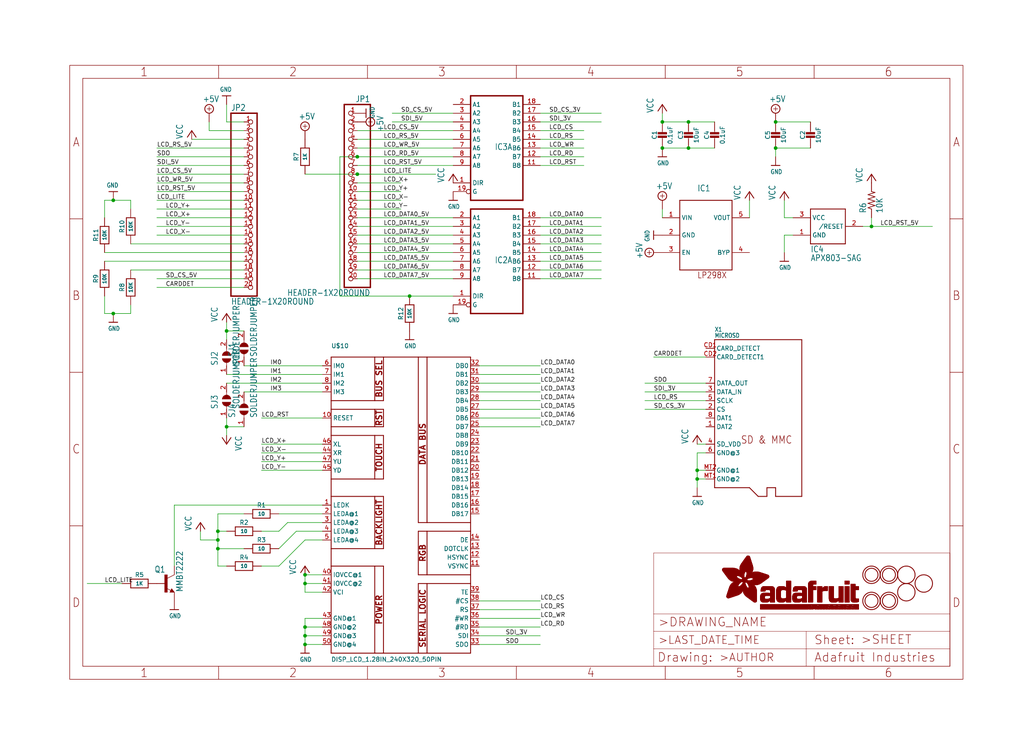
<source format=kicad_sch>
(kicad_sch (version 20211123) (generator eeschema)
  (paper "User" 298.45 217.881)
  (lib_symbols
    (symbol "eagleSchem-eagle-import:+5V" (power)
      (property "Value" "+5V" (at -1.905 3.175 0))
      (symbol "+5V_1_0"
        (pin power_in line (at 0 -2.54 90) (length 2.54) (name "+5V") (number "1"))
      )
    )
    (symbol "eagleSchem-eagle-import:-NPN-SOT23-BEC"
      (property "Reference" "T" (at -10.16 7.62 0))
      (property "Value" "-NPN-SOT23-BEC" (at -10.16 5.08 0))
      (symbol "-NPN-SOT23-BEC_1_0"
        (pin passive line (at -2.54 0 0) (length 2.54) (name "B") (number "B"))
        (pin passive line (at 2.54 5.08 270) (length 2.54) (name "C") (number "C"))
        (pin passive line (at 2.54 -5.08 90) (length 2.54) (name "E") (number "E"))
      )
    )
    (symbol "eagleSchem-eagle-import:74245DW"
      (property "Reference" "IC" (at -0.635 -0.635 0))
      (symbol "74245DW_1_0"
        (pin input line (at -12.7 -10.16 0) (length 5.08) (name "DIR") (number "1"))
        (pin bidirectional line (at 12.7 -5.08 180) (length 5.08) (name "B8") (number "11"))
        (pin bidirectional line (at 12.7 -2.54 180) (length 5.08) (name "B7") (number "12"))
        (pin bidirectional line (at 12.7 0 180) (length 5.08) (name "B6") (number "13"))
        (pin bidirectional line (at 12.7 2.54 180) (length 5.08) (name "B5") (number "14"))
        (pin bidirectional line (at 12.7 5.08 180) (length 5.08) (name "B4") (number "15"))
        (pin bidirectional line (at 12.7 7.62 180) (length 5.08) (name "B3") (number "16"))
        (pin bidirectional line (at 12.7 10.16 180) (length 5.08) (name "B2") (number "17"))
        (pin bidirectional line (at 12.7 12.7 180) (length 5.08) (name "B1") (number "18"))
        (pin input inverted (at -12.7 -12.7 0) (length 5.08) (name "G") (number "19"))
        (pin bidirectional line (at -12.7 12.7 0) (length 5.08) (name "A1") (number "2"))
        (pin bidirectional line (at -12.7 10.16 0) (length 5.08) (name "A2") (number "3"))
        (pin bidirectional line (at -12.7 7.62 0) (length 5.08) (name "A3") (number "4"))
        (pin bidirectional line (at -12.7 5.08 0) (length 5.08) (name "A4") (number "5"))
        (pin bidirectional line (at -12.7 2.54 0) (length 5.08) (name "A5") (number "6"))
        (pin bidirectional line (at -12.7 0 0) (length 5.08) (name "A6") (number "7"))
        (pin bidirectional line (at -12.7 -2.54 0) (length 5.08) (name "A7") (number "8"))
        (pin bidirectional line (at -12.7 -5.08 0) (length 5.08) (name "A8") (number "9"))
      )
      (symbol "74245DW_2_0"
        (text "GND" (at 1.905 -5.842 900) (effects (font (size 1.27 1.0795)) (justify left bottom)))
        (text "VCC" (at 1.905 2.54 900) (effects (font (size 1.27 1.0795)) (justify left bottom)))
        (pin power_in line (at 0 -7.62 90) (length 5.08) (name "GND") (number "10"))
        (pin power_in line (at 0 7.62 270) (length 5.08) (name "VCC") (number "20"))
      )
    )
    (symbol "eagleSchem-eagle-import:AXP083-SAG"
      (property "Reference" "IC" (at -5.08 -7.62 0))
      (property "Value" "AXP083-SAG" (at -5.08 -10.16 0))
      (symbol "AXP083-SAG_1_0"
        (pin power_in line (at -10.16 -2.54 0) (length 5.08) (name "GND") (number "1"))
        (pin output line (at 10.16 0 180) (length 5.08) (name "/RESET") (number "2"))
        (pin power_in line (at -10.16 2.54 0) (length 5.08) (name "VCC") (number "3"))
      )
    )
    (symbol "eagleSchem-eagle-import:CAP_CERAMIC0805-NOOUTLINE"
      (property "Reference" "C" (at -2.29 1.25 90))
      (property "Value" "CAP_CERAMIC0805-NOOUTLINE" (at 2.3 1.25 90))
      (symbol "CAP_CERAMIC0805-NOOUTLINE_1_0"
        (pin passive line (at 0 5.08 270) (length 2.54) (name "1") (number "1"))
        (pin passive line (at 0 -2.54 90) (length 2.54) (name "2") (number "2"))
      )
    )
    (symbol "eagleSchem-eagle-import:DISP_LCD_1.28IN_240X320_50PIN"
      (property "Value" "DISP_LCD_1.28IN_240X320_50PIN" (at -20.32 -48.26 0))
      (symbol "DISP_LCD_1.28IN_240X320_50PIN_1_0"
        (text "BACKLIGHT" (at -6.35 -7.62 900) (effects (font (size 1.6764 1.6764) (thickness 0.3353) bold)))
        (text "BUS SEL" (at -6.35 34.29 900) (effects (font (size 1.6764 1.6764) (thickness 0.3353) bold)))
        (text "DATA BUS" (at 6.35 15.24 900) (effects (font (size 1.6764 1.6764) (thickness 0.3353) bold)))
        (text "POWER" (at -6.35 -33.02 900) (effects (font (size 1.6764 1.6764) (thickness 0.3353) bold)))
        (text "RGB" (at 6.35 -16.51 900) (effects (font (size 1.6764 1.6764) (thickness 0.3353) bold)))
        (text "RST" (at -6.35 22.86 900) (effects (font (size 1.6764 1.6764) (thickness 0.3353) bold)))
        (text "SERIAL LOGIC" (at 6.35 -35.56 900) (effects (font (size 1.6764 1.6764) (thickness 0.3353) bold)))
        (text "TOUCH" (at -6.35 11.43 900) (effects (font (size 1.6764 1.6764) (thickness 0.3353) bold)))
        (pin bidirectional line (at -22.86 -2.54 0) (length 2.54) (name "LEDK") (number "1"))
        (pin bidirectional line (at -22.86 22.86 0) (length 2.54) (name "RESET") (number "10"))
        (pin bidirectional line (at 22.86 -20.32 180) (length 2.54) (name "VSYNC") (number "11"))
        (pin bidirectional line (at 22.86 -17.78 180) (length 2.54) (name "HSYNC") (number "12"))
        (pin bidirectional line (at 22.86 -15.24 180) (length 2.54) (name "DOTCLK") (number "13"))
        (pin bidirectional line (at 22.86 -12.7 180) (length 2.54) (name "DE") (number "14"))
        (pin bidirectional line (at 22.86 -5.08 180) (length 2.54) (name "DB17") (number "15"))
        (pin bidirectional line (at 22.86 -2.54 180) (length 2.54) (name "DB16") (number "16"))
        (pin bidirectional line (at 22.86 0 180) (length 2.54) (name "DB15") (number "17"))
        (pin bidirectional line (at 22.86 2.54 180) (length 2.54) (name "DB14") (number "18"))
        (pin bidirectional line (at 22.86 5.08 180) (length 2.54) (name "DB13") (number "19"))
        (pin bidirectional line (at -22.86 -5.08 0) (length 2.54) (name "LEDA@1") (number "2"))
        (pin bidirectional line (at 22.86 7.62 180) (length 2.54) (name "DB12") (number "20"))
        (pin bidirectional line (at 22.86 10.16 180) (length 2.54) (name "DB11") (number "21"))
        (pin bidirectional line (at 22.86 12.7 180) (length 2.54) (name "DB10") (number "22"))
        (pin bidirectional line (at 22.86 15.24 180) (length 2.54) (name "DB9") (number "23"))
        (pin bidirectional line (at 22.86 17.78 180) (length 2.54) (name "DB8") (number "24"))
        (pin bidirectional line (at 22.86 20.32 180) (length 2.54) (name "DB7") (number "25"))
        (pin bidirectional line (at 22.86 22.86 180) (length 2.54) (name "DB6") (number "26"))
        (pin bidirectional line (at 22.86 25.4 180) (length 2.54) (name "DB5") (number "27"))
        (pin bidirectional line (at 22.86 27.94 180) (length 2.54) (name "DB4") (number "28"))
        (pin bidirectional line (at 22.86 30.48 180) (length 2.54) (name "DB3") (number "29"))
        (pin bidirectional line (at -22.86 -7.62 0) (length 2.54) (name "LEDA@2") (number "3"))
        (pin bidirectional line (at 22.86 33.02 180) (length 2.54) (name "DB2") (number "30"))
        (pin bidirectional line (at 22.86 35.56 180) (length 2.54) (name "DB1") (number "31"))
        (pin bidirectional line (at 22.86 38.1 180) (length 2.54) (name "DB0") (number "32"))
        (pin bidirectional line (at 22.86 -43.18 180) (length 2.54) (name "SDO") (number "33"))
        (pin bidirectional line (at 22.86 -40.64 180) (length 2.54) (name "SDI") (number "34"))
        (pin bidirectional line (at 22.86 -38.1 180) (length 2.54) (name "#RD") (number "35"))
        (pin bidirectional line (at 22.86 -35.56 180) (length 2.54) (name "#WR") (number "36"))
        (pin bidirectional line (at 22.86 -33.02 180) (length 2.54) (name "RS") (number "37"))
        (pin bidirectional line (at 22.86 -30.48 180) (length 2.54) (name "#CS") (number "38"))
        (pin bidirectional line (at 22.86 -27.94 180) (length 2.54) (name "TE") (number "39"))
        (pin bidirectional line (at -22.86 -10.16 0) (length 2.54) (name "LEDA@3") (number "4"))
        (pin bidirectional line (at -22.86 -22.86 0) (length 2.54) (name "IOVCC@1") (number "40"))
        (pin bidirectional line (at -22.86 -25.4 0) (length 2.54) (name "IOVCC@2") (number "41"))
        (pin bidirectional line (at -22.86 -27.94 0) (length 2.54) (name "VCI") (number "42"))
        (pin bidirectional line (at -22.86 -35.56 0) (length 2.54) (name "GND@1") (number "43"))
        (pin bidirectional line (at -22.86 12.7 0) (length 2.54) (name "XR") (number "44"))
        (pin bidirectional line (at -22.86 7.62 0) (length 2.54) (name "YD") (number "45"))
        (pin bidirectional line (at -22.86 15.24 0) (length 2.54) (name "XL") (number "46"))
        (pin bidirectional line (at -22.86 10.16 0) (length 2.54) (name "YU") (number "47"))
        (pin bidirectional line (at -22.86 -38.1 0) (length 2.54) (name "GND@2") (number "48"))
        (pin bidirectional line (at -22.86 -40.64 0) (length 2.54) (name "GND@3") (number "49"))
        (pin bidirectional line (at -22.86 -12.7 0) (length 2.54) (name "LEDA@4") (number "5"))
        (pin bidirectional line (at -22.86 -43.18 0) (length 2.54) (name "GND@4") (number "50"))
        (pin bidirectional line (at -22.86 38.1 0) (length 2.54) (name "IM0") (number "6"))
        (pin bidirectional line (at -22.86 35.56 0) (length 2.54) (name "IM1") (number "7"))
        (pin bidirectional line (at -22.86 33.02 0) (length 2.54) (name "IM2") (number "8"))
        (pin bidirectional line (at -22.86 30.48 0) (length 2.54) (name "IM3") (number "9"))
      )
    )
    (symbol "eagleSchem-eagle-import:FIDUCIAL")
    (symbol "eagleSchem-eagle-import:FRAME_A4_ADAFRUIT"
      (symbol "FRAME_A4_ADAFRUIT_0_0"
        (text "1" (at 21.6958 1.905 0) (effects (font (size 2.54 2.286))))
        (text "1" (at 21.6958 177.165 0) (effects (font (size 2.54 2.286))))
        (text "2" (at 65.0875 1.905 0) (effects (font (size 2.54 2.286))))
        (text "2" (at 65.0875 177.165 0) (effects (font (size 2.54 2.286))))
        (text "3" (at 108.4792 1.905 0) (effects (font (size 2.54 2.286))))
        (text "3" (at 108.4792 177.165 0) (effects (font (size 2.54 2.286))))
        (text "4" (at 151.8708 1.905 0) (effects (font (size 2.54 2.286))))
        (text "4" (at 151.8708 177.165 0) (effects (font (size 2.54 2.286))))
        (text "5" (at 195.2625 1.905 0) (effects (font (size 2.54 2.286))))
        (text "5" (at 195.2625 177.165 0) (effects (font (size 2.54 2.286))))
        (text "6" (at 238.6542 1.905 0) (effects (font (size 2.54 2.286))))
        (text "6" (at 238.6542 177.165 0) (effects (font (size 2.54 2.286))))
        (text "A" (at 1.905 156.6863 0) (effects (font (size 2.54 2.286))))
        (text "A" (at 258.445 156.6863 0) (effects (font (size 2.54 2.286))))
        (text "B" (at 1.905 111.9188 0) (effects (font (size 2.54 2.286))))
        (text "B" (at 258.445 111.9188 0) (effects (font (size 2.54 2.286))))
        (text "C" (at 1.905 67.1513 0) (effects (font (size 2.54 2.286))))
        (text "C" (at 258.445 67.1513 0) (effects (font (size 2.54 2.286))))
        (text "D" (at 1.905 22.3838 0) (effects (font (size 2.54 2.286))))
        (text "D" (at 258.445 22.3838 0) (effects (font (size 2.54 2.286))))
      )
      (symbol "FRAME_A4_ADAFRUIT_1_0"
        (text ">AUTHOR" (at 189.23 5.08 0) (effects (font (size 2.286 2.286)) (justify left bottom)))
        (text ">DRAWING_NAME" (at 171.45 15.24 0) (effects (font (size 2.54 2.54)) (justify left bottom)))
        (text ">LAST_DATE_TIME" (at 171.45 10.16 0) (effects (font (size 2.286 2.286)) (justify left bottom)))
        (text ">SHEET" (at 230.505 10.16 0) (effects (font (size 2.54 2.54)) (justify left bottom)))
        (text "Adafruit Industries" (at 216.916 4.953 0) (effects (font (size 2.54 2.54)) (justify left bottom)))
        (text "Drawing:" (at 171.196 4.953 0) (effects (font (size 2.54 2.54)) (justify left bottom)))
        (text "Sheet:" (at 216.916 10.033 0) (effects (font (size 2.54 2.54)) (justify left bottom)))
      )
    )
    (symbol "eagleSchem-eagle-import:GND" (power)
      (property "Value" "GND" (at -1.524 -2.54 0))
      (symbol "GND_1_0"
        (pin power_in line (at 0 2.54 270) (length 2.54) (name "GND") (number "1"))
      )
    )
    (symbol "eagleSchem-eagle-import:HEADER-1X20ROUND"
      (property "Reference" "JP" (at -6.35 26.035 0))
      (property "Value" "HEADER-1X20ROUND" (at -6.35 -30.48 0))
      (symbol "HEADER-1X20ROUND_1_0"
        (pin passive inverted (at -2.54 22.86 0) (length 2.54) (name "1") (number "1"))
        (pin passive inverted (at -2.54 0 0) (length 2.54) (name "10") (number "10"))
        (pin passive inverted (at -2.54 -2.54 0) (length 2.54) (name "11") (number "11"))
        (pin passive inverted (at -2.54 -5.08 0) (length 2.54) (name "12") (number "12"))
        (pin passive inverted (at -2.54 -7.62 0) (length 2.54) (name "13") (number "13"))
        (pin passive inverted (at -2.54 -10.16 0) (length 2.54) (name "14") (number "14"))
        (pin passive inverted (at -2.54 -12.7 0) (length 2.54) (name "15") (number "15"))
        (pin passive inverted (at -2.54 -15.24 0) (length 2.54) (name "16") (number "16"))
        (pin passive inverted (at -2.54 -17.78 0) (length 2.54) (name "17") (number "17"))
        (pin passive inverted (at -2.54 -20.32 0) (length 2.54) (name "18") (number "18"))
        (pin passive inverted (at -2.54 -22.86 0) (length 2.54) (name "19") (number "19"))
        (pin passive inverted (at -2.54 20.32 0) (length 2.54) (name "2") (number "2"))
        (pin passive inverted (at -2.54 -25.4 0) (length 2.54) (name "20") (number "20"))
        (pin passive inverted (at -2.54 17.78 0) (length 2.54) (name "3") (number "3"))
        (pin passive inverted (at -2.54 15.24 0) (length 2.54) (name "4") (number "4"))
        (pin passive inverted (at -2.54 12.7 0) (length 2.54) (name "5") (number "5"))
        (pin passive inverted (at -2.54 10.16 0) (length 2.54) (name "6") (number "6"))
        (pin passive inverted (at -2.54 7.62 0) (length 2.54) (name "7") (number "7"))
        (pin passive inverted (at -2.54 5.08 0) (length 2.54) (name "8") (number "8"))
        (pin passive inverted (at -2.54 2.54 0) (length 2.54) (name "9") (number "9"))
      )
    )
    (symbol "eagleSchem-eagle-import:LP298XS"
      (property "Reference" "IC" (at -12.7 -5.08 90))
      (symbol "LP298XS_1_0"
        (text "LP298X" (at 12.7 -5.08 900) (effects (font (size 1.778 1.5113)) (justify left bottom)))
        (pin bidirectional line (at -5.08 -15.24 90) (length 5.08) (name "VIN") (number "1"))
        (pin bidirectional line (at 0 -15.24 90) (length 5.08) (name "GND") (number "2"))
        (pin bidirectional line (at 5.08 -15.24 90) (length 5.08) (name "EN") (number "3"))
        (pin bidirectional line (at 5.08 10.16 270) (length 5.08) (name "BYP") (number "4"))
        (pin bidirectional line (at -5.08 10.16 270) (length 5.08) (name "VOUT") (number "5"))
      )
    )
    (symbol "eagleSchem-eagle-import:MICROSD"
      (property "Reference" "X" (at -12.7 22.606 0))
      (property "Value" "MICROSD" (at -12.7 20.828 0))
      (symbol "MICROSD_1_0"
        (text "SD & MMC" (at -5.08 -10.16 0) (effects (font (size 2.1844 1.8567)) (justify left bottom)))
        (pin bidirectional line (at -15.24 -5.08 0) (length 2.54) (name "DAT2") (number "1"))
        (pin input line (at -15.24 0 0) (length 2.54) (name "CS") (number "2"))
        (pin input line (at -15.24 5.08 0) (length 2.54) (name "DATA_IN") (number "3"))
        (pin power_in line (at -15.24 -10.16 0) (length 2.54) (name "SD_VDD") (number "4"))
        (pin input line (at -15.24 2.54 0) (length 2.54) (name "SCLK") (number "5"))
        (pin power_in line (at -15.24 -12.7 0) (length 2.54) (name "GND@3") (number "6"))
        (pin output line (at -15.24 7.62 0) (length 2.54) (name "DATA_OUT") (number "7"))
        (pin bidirectional line (at -15.24 -2.54 0) (length 2.54) (name "DAT1") (number "8"))
        (pin passive line (at -15.24 17.78 0) (length 2.54) (name "CARD_DETECT") (number "CD1"))
        (pin passive line (at -15.24 15.24 0) (length 2.54) (name "CARD_DETECT1") (number "CD2"))
        (pin power_in line (at -15.24 -20.32 0) (length 2.54) (name "GND@2") (number "MT1"))
        (pin power_in line (at -15.24 -17.78 0) (length 2.54) (name "GND@1") (number "MT2"))
      )
    )
    (symbol "eagleSchem-eagle-import:MOUNTINGHOLE3.0THIN")
    (symbol "eagleSchem-eagle-import:R-US_R0805"
      (property "Reference" "R" (at -3.81 1.4986 0))
      (property "Value" "R-US_R0805" (at -3.81 -3.302 0))
      (symbol "R-US_R0805_1_0"
        (pin passive line (at -5.08 0 0) (length 2.54) (name "1") (number "1"))
        (pin passive line (at 5.08 0 180) (length 2.54) (name "2") (number "2"))
      )
    )
    (symbol "eagleSchem-eagle-import:RESISTOR0805_NOOUTLINE"
      (property "Reference" "R" (at 0 2.54 0))
      (property "Value" "RESISTOR0805_NOOUTLINE" (at 0 0 0))
      (symbol "RESISTOR0805_NOOUTLINE_1_0"
        (pin passive line (at -5.08 0 0) (length 2.54) (name "1") (number "1"))
        (pin passive line (at 5.08 0 180) (length 2.54) (name "2") (number "2"))
      )
    )
    (symbol "eagleSchem-eagle-import:SOLDERJUMPER"
      (property "Reference" "SJ" (at -2.54 2.54 0))
      (property "Value" "SOLDERJUMPER" (at -2.54 -3.81 0))
      (symbol "SOLDERJUMPER_1_0"
        (pin passive line (at -5.08 0 0) (length 2.54) (name "1") (number "1"))
        (pin passive line (at 5.08 0 180) (length 2.54) (name "2") (number "2"))
      )
    )
    (symbol "eagleSchem-eagle-import:VCC" (power)
      (property "Value" "VCC" (at -2.54 -2.54 90))
      (symbol "VCC_1_0"
        (pin power_in line (at 0 -2.54 90) (length 2.54) (name "VCC") (number "1"))
      )
    )
  )
  (junction (at 203.2 139.7))
  (junction (at 88.9 170.18))
  (junction (at 33.02 91.44))
  (junction (at 88.9 187.96))
  (junction (at 104.14 45.72))
  (junction (at 104.14 50.8))
  (junction (at 119.38 86.36))
  (junction (at 254 66.04))
  (junction (at 88.9 185.42))
  (junction (at 66.04 124.46))
  (junction (at 88.9 167.64))
  (junction (at 33.02 58.42))
  (junction (at 88.9 182.88))
  (junction (at 63.5 160.02))
  (junction (at 63.5 157.48))
  (junction (at 226.06 35.56))
  (junction (at 203.2 137.16))
  (junction (at 193.04 43.18))
  (junction (at 226.06 43.18))
  (junction (at 193.04 35.56))
  (junction (at 200.66 43.18))
  (junction (at 66.04 96.52))
  (junction (at 200.66 35.56))
  (junction (at 63.5 154.94))
  (wire (pts (xy 93.98 129.54) (xy 76.2 129.54)))
  (wire (pts (xy 45.72 43.18) (xy 71.12 43.18)))
  (wire (pts (xy 203.2 139.7) (xy 203.2 137.16)))
  (wire (pts (xy 58.42 157.48) (xy 63.5 157.48)))
  (wire (pts (xy 63.5 154.94) (xy 63.5 149.86)))
  (wire (pts (xy 139.7 187.96) (xy 157.48 187.96)))
  (wire (pts (xy 71.12 66.04) (xy 45.72 66.04)))
  (wire (pts (xy 157.48 33.02) (xy 175.26 33.02)))
  (wire (pts (xy 104.14 45.72) (xy 132.08 45.72)))
  (wire (pts (xy 228.6 73.66) (xy 228.6 68.58)))
  (wire (pts (xy 228.6 68.58) (xy 231.14 68.58)))
  (wire (pts (xy 139.7 106.68) (xy 157.48 106.68)))
  (wire (pts (xy 81.28 149.86) (xy 93.98 149.86)))
  (wire (pts (xy 71.12 35.56) (xy 66.04 35.56)))
  (wire (pts (xy 83.82 152.4) (xy 93.98 152.4)))
  (wire (pts (xy 193.04 33.02) (xy 193.04 35.56)))
  (wire (pts (xy 104.14 60.96) (xy 116.84 60.96)))
  (wire (pts (xy 63.5 160.02) (xy 71.12 160.02)))
  (wire (pts (xy 88.9 167.64) (xy 88.9 170.18)))
  (wire (pts (xy 104.14 45.72) (xy 99.06 45.72)))
  (wire (pts (xy 93.98 180.34) (xy 88.9 180.34)))
  (wire (pts (xy 104.14 53.34) (xy 116.84 53.34)))
  (wire (pts (xy 139.7 177.8) (xy 157.48 177.8)))
  (wire (pts (xy 226.06 43.18) (xy 236.22 43.18)))
  (wire (pts (xy 93.98 137.16) (xy 76.2 137.16)))
  (wire (pts (xy 71.12 60.96) (xy 45.72 60.96)))
  (wire (pts (xy 200.66 35.56) (xy 208.28 35.56)))
  (wire (pts (xy 63.5 165.1) (xy 63.5 160.02)))
  (wire (pts (xy 205.74 132.08) (xy 203.2 132.08)))
  (wire (pts (xy 66.04 35.56) (xy 66.04 30.48)))
  (wire (pts (xy 63.5 157.48) (xy 63.5 154.94)))
  (wire (pts (xy 175.26 63.5) (xy 157.48 63.5)))
  (wire (pts (xy 157.48 38.1) (xy 170.18 38.1)))
  (wire (pts (xy 71.12 83.82) (xy 45.72 83.82)))
  (wire (pts (xy 71.12 68.58) (xy 45.72 68.58)))
  (wire (pts (xy 157.48 45.72) (xy 170.18 45.72)))
  (wire (pts (xy 93.98 114.3) (xy 71.12 114.3)))
  (wire (pts (xy 88.9 170.18) (xy 93.98 170.18)))
  (wire (pts (xy 228.6 63.5) (xy 228.6 58.42)))
  (wire (pts (xy 132.08 81.28) (xy 104.14 81.28)))
  (wire (pts (xy 38.1 71.12) (xy 71.12 71.12)))
  (wire (pts (xy 66.04 154.94) (xy 63.5 154.94)))
  (wire (pts (xy 175.26 81.28) (xy 157.48 81.28)))
  (wire (pts (xy 76.2 121.92) (xy 93.98 121.92)))
  (wire (pts (xy 66.04 165.1) (xy 63.5 165.1)))
  (wire (pts (xy 30.48 58.42) (xy 30.48 63.5)))
  (wire (pts (xy 81.28 165.1) (xy 88.9 157.48)))
  (wire (pts (xy 86.36 154.94) (xy 93.98 154.94)))
  (wire (pts (xy 203.2 132.08) (xy 203.2 137.16)))
  (wire (pts (xy 45.72 55.88) (xy 71.12 55.88)))
  (wire (pts (xy 193.04 43.18) (xy 200.66 43.18)))
  (wire (pts (xy 139.7 175.26) (xy 157.48 175.26)))
  (wire (pts (xy 30.48 73.66) (xy 71.12 73.66)))
  (wire (pts (xy 104.14 43.18) (xy 132.08 43.18)))
  (wire (pts (xy 104.14 50.8) (xy 127 50.8)))
  (wire (pts (xy 132.08 86.36) (xy 119.38 86.36)))
  (wire (pts (xy 71.12 48.26) (xy 45.72 48.26)))
  (wire (pts (xy 45.72 53.34) (xy 71.12 53.34)))
  (wire (pts (xy 205.74 116.84) (xy 187.96 116.84)))
  (wire (pts (xy 104.14 58.42) (xy 116.84 58.42)))
  (wire (pts (xy 187.96 111.76) (xy 205.74 111.76)))
  (wire (pts (xy 93.98 106.68) (xy 71.12 106.68)))
  (wire (pts (xy 157.48 43.18) (xy 170.18 43.18)))
  (wire (pts (xy 132.08 66.04) (xy 104.14 66.04)))
  (wire (pts (xy 38.1 60.96) (xy 38.1 58.42)))
  (wire (pts (xy 139.7 116.84) (xy 157.48 116.84)))
  (wire (pts (xy 139.7 182.88) (xy 157.48 182.88)))
  (wire (pts (xy 38.1 91.44) (xy 38.1 88.9)))
  (wire (pts (xy 114.3 33.02) (xy 132.08 33.02)))
  (wire (pts (xy 132.08 73.66) (xy 104.14 73.66)))
  (wire (pts (xy 66.04 99.06) (xy 66.04 96.52)))
  (wire (pts (xy 104.14 50.8) (xy 88.9 50.8)))
  (wire (pts (xy 30.48 86.36) (xy 30.48 91.44)))
  (wire (pts (xy 139.7 180.34) (xy 157.48 180.34)))
  (wire (pts (xy 205.74 139.7) (xy 203.2 139.7)))
  (wire (pts (xy 254 63.5) (xy 254 66.04)))
  (wire (pts (xy 139.7 121.92) (xy 157.48 121.92)))
  (wire (pts (xy 251.46 66.04) (xy 254 66.04)))
  (wire (pts (xy 175.26 66.04) (xy 157.48 66.04)))
  (wire (pts (xy 200.66 35.56) (xy 193.04 35.56)))
  (wire (pts (xy 203.2 139.7) (xy 203.2 142.24)))
  (wire (pts (xy 157.48 35.56) (xy 175.26 35.56)))
  (wire (pts (xy 88.9 180.34) (xy 88.9 182.88)))
  (wire (pts (xy 175.26 68.58) (xy 157.48 68.58)))
  (wire (pts (xy 139.7 119.38) (xy 157.48 119.38)))
  (wire (pts (xy 30.48 91.44) (xy 33.02 91.44)))
  (wire (pts (xy 157.48 40.64) (xy 170.18 40.64)))
  (wire (pts (xy 205.74 104.14) (xy 190.5 104.14)))
  (wire (pts (xy 104.14 38.1) (xy 132.08 38.1)))
  (wire (pts (xy 33.02 58.42) (xy 30.48 58.42)))
  (wire (pts (xy 63.5 160.02) (xy 63.5 157.48)))
  (wire (pts (xy 132.08 71.12) (xy 104.14 71.12)))
  (wire (pts (xy 45.72 81.28) (xy 71.12 81.28)))
  (wire (pts (xy 55.88 40.64) (xy 71.12 40.64)))
  (wire (pts (xy 38.1 58.42) (xy 33.02 58.42)))
  (wire (pts (xy 33.02 91.44) (xy 38.1 91.44)))
  (wire (pts (xy 60.96 38.1) (xy 60.96 35.56)))
  (wire (pts (xy 175.26 71.12) (xy 157.48 71.12)))
  (wire (pts (xy 104.14 55.88) (xy 116.84 55.88)))
  (wire (pts (xy 139.7 109.22) (xy 157.48 109.22)))
  (wire (pts (xy 132.08 68.58) (xy 104.14 68.58)))
  (wire (pts (xy 71.12 38.1) (xy 60.96 38.1)))
  (wire (pts (xy 30.48 76.2) (xy 71.12 76.2)))
  (wire (pts (xy 71.12 63.5) (xy 45.72 63.5)))
  (wire (pts (xy 66.04 124.46) (xy 66.04 121.92)))
  (wire (pts (xy 93.98 111.76) (xy 66.04 111.76)))
  (wire (pts (xy 226.06 35.56) (xy 236.22 35.56)))
  (wire (pts (xy 208.28 43.18) (xy 200.66 43.18)))
  (wire (pts (xy 88.9 185.42) (xy 88.9 187.96)))
  (wire (pts (xy 45.72 45.72) (xy 71.12 45.72)))
  (wire (pts (xy 132.08 76.2) (xy 104.14 76.2)))
  (wire (pts (xy 175.26 73.66) (xy 157.48 73.66)))
  (wire (pts (xy 93.98 132.08) (xy 76.2 132.08)))
  (wire (pts (xy 231.14 63.5) (xy 228.6 63.5)))
  (wire (pts (xy 88.9 182.88) (xy 88.9 185.42)))
  (wire (pts (xy 175.26 76.2) (xy 157.48 76.2)))
  (wire (pts (xy 81.28 154.94) (xy 83.82 152.4)))
  (wire (pts (xy 66.04 127) (xy 66.04 124.46)))
  (wire (pts (xy 104.14 48.26) (xy 132.08 48.26)))
  (wire (pts (xy 35.56 170.18) (xy 25.4 170.18)))
  (wire (pts (xy 139.7 114.3) (xy 157.48 114.3)))
  (wire (pts (xy 104.14 40.64) (xy 132.08 40.64)))
  (wire (pts (xy 76.2 165.1) (xy 81.28 165.1)))
  (wire (pts (xy 71.12 78.74) (xy 38.1 78.74)))
  (wire (pts (xy 226.06 45.72) (xy 226.06 43.18)))
  (wire (pts (xy 187.96 119.38) (xy 205.74 119.38)))
  (wire (pts (xy 66.04 96.52) (xy 71.12 96.52)))
  (wire (pts (xy 175.26 78.74) (xy 157.48 78.74)))
  (wire (pts (xy 193.04 60.96) (xy 193.04 63.5)))
  (wire (pts (xy 205.74 114.3) (xy 187.96 114.3)))
  (wire (pts (xy 93.98 134.62) (xy 76.2 134.62)))
  (wire (pts (xy 76.2 154.94) (xy 81.28 154.94)))
  (wire (pts (xy 45.72 50.8) (xy 71.12 50.8)))
  (wire (pts (xy 71.12 124.46) (xy 66.04 124.46)))
  (wire (pts (xy 50.8 165.1) (xy 50.8 147.32)))
  (wire (pts (xy 88.9 157.48) (xy 93.98 157.48)))
  (wire (pts (xy 139.7 111.76) (xy 157.48 111.76)))
  (wire (pts (xy 139.7 185.42) (xy 157.48 185.42)))
  (wire (pts (xy 88.9 172.72) (xy 88.9 170.18)))
  (wire (pts (xy 99.06 86.36) (xy 99.06 45.72)))
  (wire (pts (xy 93.98 167.64) (xy 88.9 167.64)))
  (wire (pts (xy 93.98 182.88) (xy 88.9 182.88)))
  (wire (pts (xy 66.04 93.98) (xy 66.04 96.52)))
  (wire (pts (xy 203.2 137.16) (xy 205.74 137.16)))
  (wire (pts (xy 205.74 129.54) (xy 203.2 129.54)))
  (wire (pts (xy 50.8 147.32) (xy 93.98 147.32)))
  (wire (pts (xy 88.9 187.96) (xy 93.98 187.96)))
  (wire (pts (xy 218.44 58.42) (xy 218.44 63.5)))
  (wire (pts (xy 58.42 154.94) (xy 58.42 157.48)))
  (wire (pts (xy 139.7 124.46) (xy 157.48 124.46)))
  (wire (pts (xy 254 66.04) (xy 271.78 66.04)))
  (wire (pts (xy 71.12 58.42) (xy 45.72 58.42)))
  (wire (pts (xy 157.48 48.26) (xy 170.18 48.26)))
  (wire (pts (xy 88.9 185.42) (xy 93.98 185.42)))
  (wire (pts (xy 93.98 172.72) (xy 88.9 172.72)))
  (wire (pts (xy 63.5 149.86) (xy 71.12 149.86)))
  (wire (pts (xy 81.28 160.02) (xy 86.36 154.94)))
  (wire (pts (xy 132.08 63.5) (xy 104.14 63.5)))
  (wire (pts (xy 66.04 109.22) (xy 93.98 109.22)))
  (wire (pts (xy 119.38 86.36) (xy 99.06 86.36)))
  (wire (pts (xy 132.08 35.56) (xy 114.3 35.56)))
  (wire (pts (xy 132.08 78.74) (xy 104.14 78.74)))
  (label "LCD_DATA6" (at 160.02 78.74 0) (effects (font (size 1.2446 1.2446))))
  (label "LCD_DATA2" (at 157.48 111.76 0) (effects (font (size 1.2446 1.2446))))
  (label "SDO" (at 147.32 187.96 0) (effects (font (size 1.2446 1.2446))))
  (label "LCD_DATA1_5V" (at 111.76 66.04 0) (effects (font (size 1.2446 1.2446))))
  (label "IM3" (at 78.74 114.3 0) (effects (font (size 1.2446 1.2446))))
  (label "LCD_X+" (at 76.2 129.54 0) (effects (font (size 1.2446 1.2446))))
  (label "LCD_RST_5V" (at 45.72 55.88 0) (effects (font (size 1.2446 1.2446))))
  (label "LCD_DATA4" (at 157.48 116.84 0) (effects (font (size 1.2446 1.2446))))
  (label "LCD_DATA3_5V" (at 111.76 71.12 0) (effects (font (size 1.2446 1.2446))))
  (label "IM1" (at 78.74 109.22 0) (effects (font (size 1.2446 1.2446))))
  (label "LCD_DATA5" (at 157.48 119.38 0) (effects (font (size 1.2446 1.2446))))
  (label "SD_CS_3V" (at 190.5 119.38 0) (effects (font (size 1.2446 1.2446))))
  (label "LCD_DATA6_5V" (at 111.76 78.74 0) (effects (font (size 1.2446 1.2446))))
  (label "LCD_DATA1" (at 160.02 66.04 0) (effects (font (size 1.2446 1.2446))))
  (label "SD_CS_5V" (at 116.84 33.02 0) (effects (font (size 1.2446 1.2446))))
  (label "LCD_RD_5V" (at 111.76 45.72 0) (effects (font (size 1.2446 1.2446))))
  (label "LCD_DATA1" (at 157.48 109.22 0) (effects (font (size 1.2446 1.2446))))
  (label "LCD_DATA5_5V" (at 111.76 76.2 0) (effects (font (size 1.2446 1.2446))))
  (label "SDO" (at 45.72 45.72 0) (effects (font (size 1.2446 1.2446))))
  (label "CARDDET" (at 48.26 83.82 0) (effects (font (size 1.2446 1.2446))))
  (label "LCD_Y+" (at 48.26 60.96 0) (effects (font (size 1.2446 1.2446))))
  (label "LCD_WR_5V" (at 111.76 43.18 0) (effects (font (size 1.2446 1.2446))))
  (label "LCD_DATA4_5V" (at 111.76 73.66 0) (effects (font (size 1.2446 1.2446))))
  (label "SDI_3V" (at 190.5 114.3 0) (effects (font (size 1.2446 1.2446))))
  (label "IM2" (at 78.74 111.76 0) (effects (font (size 1.2446 1.2446))))
  (label "SDI_3V" (at 147.32 185.42 0) (effects (font (size 1.2446 1.2446))))
  (label "LCD_WR" (at 160.02 43.18 0) (effects (font (size 1.2446 1.2446))))
  (label "LCD_X+" (at 111.76 53.34 0) (effects (font (size 1.2446 1.2446))))
  (label "SD_CS_5V" (at 48.26 81.28 0) (effects (font (size 1.2446 1.2446))))
  (label "LCD_DATA0" (at 157.48 106.68 0) (effects (font (size 1.2446 1.2446))))
  (label "LCD_RS" (at 157.48 177.8 0) (effects (font (size 1.2446 1.2446))))
  (label "LCD_DATA4" (at 160.02 73.66 0) (effects (font (size 1.2446 1.2446))))
  (label "LCD_RD" (at 157.48 182.88 0) (effects (font (size 1.2446 1.2446))))
  (label "LCD_RST_5V" (at 256.54 66.04 0) (effects (font (size 1.2446 1.2446))))
  (label "LCD_LITE" (at 45.72 58.42 0) (effects (font (size 1.2446 1.2446))))
  (label "LCD_DATA2" (at 160.02 68.58 0) (effects (font (size 1.2446 1.2446))))
  (label "LCD_WR_5V" (at 45.72 53.34 0) (effects (font (size 1.2446 1.2446))))
  (label "LCD_RS" (at 160.02 40.64 0) (effects (font (size 1.2446 1.2446))))
  (label "SDI_5V" (at 45.72 48.26 0) (effects (font (size 1.2446 1.2446))))
  (label "LCD_DATA3" (at 160.02 71.12 0) (effects (font (size 1.2446 1.2446))))
  (label "LCD_LITE" (at 111.76 50.8 0) (effects (font (size 1.2446 1.2446))))
  (label "LCD_DATA7" (at 160.02 81.28 0) (effects (font (size 1.2446 1.2446))))
  (label "SD_CS_3V" (at 160.02 33.02 0) (effects (font (size 1.2446 1.2446))))
  (label "LCD_RST_5V" (at 111.76 48.26 0) (effects (font (size 1.2446 1.2446))))
  (label "LCD_X-" (at 76.2 132.08 0) (effects (font (size 1.2446 1.2446))))
  (label "LCD_Y+" (at 76.2 134.62 0) (effects (font (size 1.2446 1.2446))))
  (label "LCD_Y-" (at 48.26 66.04 0) (effects (font (size 1.2446 1.2446))))
  (label "LCD_DATA2_5V" (at 111.76 68.58 0) (effects (font (size 1.2446 1.2446))))
  (label "LCD_CS_5V" (at 45.72 50.8 0) (effects (font (size 1.2446 1.2446))))
  (label "SDO" (at 190.5 111.76 0) (effects (font (size 1.2446 1.2446))))
  (label "LCD_CS_5V" (at 111.76 38.1 0) (effects (font (size 1.2446 1.2446))))
  (label "LCD_X-" (at 48.26 68.58 0) (effects (font (size 1.2446 1.2446))))
  (label "LCD_RD" (at 160.02 45.72 0) (effects (font (size 1.2446 1.2446))))
  (label "IM0" (at 78.74 106.68 0) (effects (font (size 1.2446 1.2446))))
  (label "LCD_DATA7" (at 157.48 124.46 0) (effects (font (size 1.2446 1.2446))))
  (label "LCD_RST" (at 160.02 48.26 0) (effects (font (size 1.2446 1.2446))))
  (label "LCD_X+" (at 48.26 63.5 0) (effects (font (size 1.2446 1.2446))))
  (label "LCD_DATA3" (at 157.48 114.3 0) (effects (font (size 1.2446 1.2446))))
  (label "LCD_DATA0" (at 160.02 63.5 0) (effects (font (size 1.2446 1.2446))))
  (label "LCD_LITE" (at 30.48 170.18 0) (effects (font (size 1.2446 1.2446))))
  (label "LCD_Y-" (at 76.2 137.16 0) (effects (font (size 1.2446 1.2446))))
  (label "SDI_5V" (at 116.84 35.56 0) (effects (font (size 1.2446 1.2446))))
  (label "LCD_X-" (at 111.76 58.42 0) (effects (font (size 1.2446 1.2446))))
  (label "LCD_DATA7_5V" (at 111.76 81.28 0) (effects (font (size 1.2446 1.2446))))
  (label "LCD_RS" (at 190.5 116.84 0) (effects (font (size 1.2446 1.2446))))
  (label "LCD_DATA0_5V" (at 111.76 63.5 0) (effects (font (size 1.2446 1.2446))))
  (label "CARDDET" (at 190.5 104.14 0) (effects (font (size 1.2446 1.2446))))
  (label "LCD_DATA6" (at 157.48 121.92 0) (effects (font (size 1.2446 1.2446))))
  (label "LCD_CS" (at 157.48 175.26 0) (effects (font (size 1.2446 1.2446))))
  (label "LCD_Y+" (at 111.76 55.88 0) (effects (font (size 1.2446 1.2446))))
  (label "SDI_3V" (at 160.02 35.56 0) (effects (font (size 1.2446 1.2446))))
  (label "LCD_RST" (at 76.2 121.92 0) (effects (font (size 1.2446 1.2446))))
  (label "LCD_RS_5V" (at 45.72 43.18 0) (effects (font (size 1.2446 1.2446))))
  (label "LCD_WR" (at 157.48 180.34 0) (effects (font (size 1.2446 1.2446))))
  (label "LCD_Y-" (at 111.76 60.96 0) (effects (font (size 1.2446 1.2446))))
  (label "LCD_RS_5V" (at 111.76 40.64 0) (effects (font (size 1.2446 1.2446))))
  (label "LCD_CS" (at 160.02 38.1 0) (effects (font (size 1.2446 1.2446))))
  (label "LCD_DATA5" (at 160.02 76.2 0) (effects (font (size 1.2446 1.2446))))
  (symbol (lib_id "eagleSchem-eagle-import:CAP_CERAMIC0805-NOOUTLINE") (at 200.66 40.64 0) (unit 1)
    (property "Reference" "C3" (at 198.37 39.39 90))
    (property "Value" "10uF" (at 202.96 39.39 90))
    (property "Footprint" "eagleSchem:0805-NO" (effects hide))
  )
  (symbol (lib_id "eagleSchem-eagle-import:FIDUCIAL") (at 264.16 167.64 0) (unit 1)
    (property "Reference" "U$23" (effects hide))
    (property "Value" "FIDUCIAL" (effects hide))
    (property "Footprint" "eagleSchem:FIDUCIAL_1MM" (effects hide))
  )
  (symbol (lib_id "eagleSchem-eagle-import:74245DW") (at 144.78 76.2 0) (unit 1)
    (property "Reference" "IC2" (at 144.145 76.835 0) (effects (font (size 1.778 1.5113)) (justify left bottom)))
    (property "Value" "74LVC245" (effects hide))
    (property "Footprint" "eagleSchem:SO20W" (effects hide))
  )
  (symbol (lib_id "eagleSchem-eagle-import:FRAME_A4_ADAFRUIT") (at 20.32 198.12 0) (unit 1)
    (property "Reference" "#U$25" (effects hide))
    (property "Value" "FRAME_A4_ADAFRUIT" (effects hide))
    (property "Footprint" "eagleSchem:" (effects hide))
  )
  (symbol (lib_id "eagleSchem-eagle-import:FIDUCIAL") (at 264.16 172.72 0) (unit 1)
    (property "Reference" "U$11" (effects hide))
    (property "Value" "FIDUCIAL" (effects hide))
    (property "Footprint" "eagleSchem:FIDUCIAL_1MM" (effects hide))
  )
  (symbol (lib_id "eagleSchem-eagle-import:-NPN-SOT23-BEC") (at 48.26 170.18 0) (unit 1)
    (property "Reference" "Q1" (at 48.26 165.1 0) (effects (font (size 1.778 1.5113)) (justify right top)))
    (property "Value" "MMBT2222" (at 53.34 172.72 90) (effects (font (size 1.778 1.5113)) (justify left bottom)))
    (property "Footprint" "eagleSchem:SOT23-BEC" (effects hide))
  )
  (symbol (lib_id "eagleSchem-eagle-import:+5V") (at 226.06 33.02 0) (unit 1)
    (property "Reference" "#SUPPLY5" (effects hide))
    (property "Value" "+5V" (at 224.155 29.845 0) (effects (font (size 1.778 1.5113)) (justify left bottom)))
    (property "Footprint" "eagleSchem:" (effects hide))
  )
  (symbol (lib_id "eagleSchem-eagle-import:GND") (at 33.02 93.98 0) (unit 1)
    (property "Reference" "#U$20" (effects hide))
    (property "Value" "GND" (at 31.496 96.52 0) (effects (font (size 1.27 1.0795)) (justify left bottom)))
    (property "Footprint" "eagleSchem:" (effects hide))
  )
  (symbol (lib_id "eagleSchem-eagle-import:SOLDERJUMPER") (at 66.04 104.14 90) (unit 1)
    (property "Reference" "SJ2" (at 63.5 106.68 0) (effects (font (size 1.778 1.5113)) (justify left bottom)))
    (property "Value" "SOLDERJUMPER" (at 69.85 106.68 0) (effects (font (size 1.778 1.5113)) (justify left bottom)))
    (property "Footprint" "eagleSchem:SOLDERJUMPER_ARROW_NOPASTE" (effects hide))
  )
  (symbol (lib_id "eagleSchem-eagle-import:SOLDERJUMPER") (at 66.04 116.84 90) (unit 1)
    (property "Reference" "SJ3" (at 63.5 119.38 0) (effects (font (size 1.778 1.5113)) (justify left bottom)))
    (property "Value" "SOLDERJUMPER" (at 69.85 119.38 0) (effects (font (size 1.778 1.5113)) (justify left bottom)))
    (property "Footprint" "eagleSchem:SOLDERJUMPER_ARROW_NOPASTE" (effects hide))
  )
  (symbol (lib_id "eagleSchem-eagle-import:+5V") (at 190.5 73.66 90) (unit 1)
    (property "Reference" "#SUPPLY3" (effects hide))
    (property "Value" "+5V" (at 187.325 75.565 0) (effects (font (size 1.778 1.5113)) (justify left bottom)))
    (property "Footprint" "eagleSchem:" (effects hide))
  )
  (symbol (lib_id "eagleSchem-eagle-import:SOLDERJUMPER") (at 71.12 101.6 90) (unit 1)
    (property "Reference" "SJ1" (at 68.58 104.14 0) (effects (font (size 1.778 1.5113)) (justify left bottom)))
    (property "Value" "SOLDERJUMPER" (at 74.93 104.14 0) (effects (font (size 1.778 1.5113)) (justify left bottom)))
    (property "Footprint" "eagleSchem:SOLDERJUMPER_ARROW_NOPASTE" (effects hide))
  )
  (symbol (lib_id "eagleSchem-eagle-import:HEADER-1X20ROUND") (at 73.66 58.42 0) (unit 1)
    (property "Reference" "JP2" (at 67.31 32.385 0) (effects (font (size 1.778 1.5113)) (justify left bottom)))
    (property "Value" "HEADER-1X20ROUND" (at 67.31 88.9 0) (effects (font (size 1.778 1.5113)) (justify left bottom)))
    (property "Footprint" "eagleSchem:1X20_ROUND" (effects hide))
  )
  (symbol (lib_id "eagleSchem-eagle-import:CAP_CERAMIC0805-NOOUTLINE") (at 208.28 40.64 0) (unit 1)
    (property "Reference" "C4" (at 205.99 39.39 90))
    (property "Value" "0.1uF" (at 210.58 39.39 90))
    (property "Footprint" "eagleSchem:0805-NO" (effects hide))
  )
  (symbol (lib_id "eagleSchem-eagle-import:VCC") (at 66.04 91.44 0) (unit 1)
    (property "Reference" "#P+11" (effects hide))
    (property "Value" "VCC" (at 63.5 93.98 90) (effects (font (size 1.778 1.5113)) (justify left bottom)))
    (property "Footprint" "eagleSchem:" (effects hide))
  )
  (symbol (lib_id "eagleSchem-eagle-import:RESISTOR0805_NOOUTLINE") (at 38.1 83.82 90) (unit 1)
    (property "Reference" "R8" (at 35.56 83.82 0))
    (property "Value" "10K" (at 38.1 83.82 0) (effects (font (size 1.016 1.016) bold)))
    (property "Footprint" "eagleSchem:0805-NO" (effects hide))
  )
  (symbol (lib_id "eagleSchem-eagle-import:VCC") (at 193.04 30.48 0) (unit 1)
    (property "Reference" "#P+6" (effects hide))
    (property "Value" "VCC" (at 190.5 33.02 90) (effects (font (size 1.778 1.5113)) (justify left bottom)))
    (property "Footprint" "eagleSchem:" (effects hide))
  )
  (symbol (lib_id "eagleSchem-eagle-import:+5V") (at 60.96 33.02 0) (unit 1)
    (property "Reference" "#SUPPLY4" (effects hide))
    (property "Value" "+5V" (at 59.055 29.845 0) (effects (font (size 1.778 1.5113)) (justify left bottom)))
    (property "Footprint" "eagleSchem:" (effects hide))
  )
  (symbol (lib_id "eagleSchem-eagle-import:MOUNTINGHOLE3.0THIN") (at 259.08 175.26 0) (unit 1)
    (property "Reference" "U$16" (effects hide))
    (property "Value" "MOUNTINGHOLE3.0THIN" (effects hide))
    (property "Footprint" "eagleSchem:MOUNTINGHOLE_3.0_PLATEDTHIN" (effects hide))
  )
  (symbol (lib_id "eagleSchem-eagle-import:VCC") (at 66.04 129.54 180) (unit 1)
    (property "Reference" "#P+10" (effects hide))
    (property "Value" "VCC" (at 68.58 127 90) (effects (font (size 1.778 1.5113)) (justify left bottom)))
    (property "Footprint" "eagleSchem:" (effects hide))
  )
  (symbol (lib_id "eagleSchem-eagle-import:RESISTOR0805_NOOUTLINE") (at 76.2 160.02 0) (unit 1)
    (property "Reference" "R3" (at 76.2 157.48 0))
    (property "Value" "10" (at 76.2 160.02 0) (effects (font (size 1.016 1.016) bold)))
    (property "Footprint" "eagleSchem:0805-NO" (effects hide))
  )
  (symbol (lib_id "eagleSchem-eagle-import:AXP083-SAG") (at 241.3 66.04 0) (unit 1)
    (property "Reference" "IC4" (at 236.22 73.66 0) (effects (font (size 1.778 1.5113)) (justify left bottom)))
    (property "Value" "APX803-SAG" (at 236.22 76.2 0) (effects (font (size 1.778 1.5113)) (justify left bottom)))
    (property "Footprint" "eagleSchem:SOT23" (effects hide))
  )
  (symbol (lib_id "eagleSchem-eagle-import:VCC") (at 218.44 55.88 0) (unit 1)
    (property "Reference" "#P+5" (effects hide))
    (property "Value" "VCC" (at 215.9 58.42 90) (effects (font (size 1.778 1.5113)) (justify left bottom)))
    (property "Footprint" "eagleSchem:" (effects hide))
  )
  (symbol (lib_id "eagleSchem-eagle-import:GND") (at 193.04 45.72 0) (unit 1)
    (property "Reference" "#U$4" (effects hide))
    (property "Value" "GND" (at 191.516 48.26 0) (effects (font (size 1.27 1.0795)) (justify left bottom)))
    (property "Footprint" "eagleSchem:" (effects hide))
  )
  (symbol (lib_id "eagleSchem-eagle-import:+5V") (at 106.68 35.56 270) (unit 1)
    (property "Reference" "#SUPPLY1" (effects hide))
    (property "Value" "+5V" (at 109.855 33.655 0) (effects (font (size 1.778 1.5113)) (justify left bottom)))
    (property "Footprint" "eagleSchem:" (effects hide))
  )
  (symbol (lib_id "eagleSchem-eagle-import:GND") (at 132.08 58.42 0) (unit 1)
    (property "Reference" "#U$12" (effects hide))
    (property "Value" "GND" (at 130.556 60.96 0) (effects (font (size 1.27 1.0795)) (justify left bottom)))
    (property "Footprint" "eagleSchem:" (effects hide))
  )
  (symbol (lib_id "eagleSchem-eagle-import:GND") (at 132.08 91.44 0) (unit 1)
    (property "Reference" "#U$8" (effects hide))
    (property "Value" "GND" (at 130.556 93.98 0) (effects (font (size 1.27 1.0795)) (justify left bottom)))
    (property "Footprint" "eagleSchem:" (effects hide))
  )
  (symbol (lib_id "eagleSchem-eagle-import:HEADER-1X20ROUND") (at 101.6 55.88 0) (mirror y) (unit 1)
    (property "Reference" "JP1" (at 107.95 29.845 0) (effects (font (size 1.778 1.5113)) (justify left bottom)))
    (property "Value" "HEADER-1X20ROUND" (at 107.95 86.36 0) (effects (font (size 1.778 1.5113)) (justify left bottom)))
    (property "Footprint" "eagleSchem:1X20_ROUND" (effects hide))
  )
  (symbol (lib_id "eagleSchem-eagle-import:RESISTOR0805_NOOUTLINE") (at 30.48 68.58 90) (unit 1)
    (property "Reference" "R11" (at 27.94 68.58 0))
    (property "Value" "10K" (at 30.48 68.58 0) (effects (font (size 1.016 1.016) bold)))
    (property "Footprint" "eagleSchem:0805-NO" (effects hide))
  )
  (symbol (lib_id "eagleSchem-eagle-import:DISP_LCD_1.28IN_240X320_50PIN") (at 116.84 144.78 0) (unit 1)
    (property "Reference" "U$10" (at 96.52 101.6 0) (effects (justify left bottom)))
    (property "Value" "DISP_LCD_1.28IN_240X320_50PIN" (at 96.52 193.04 0) (effects (justify left bottom)))
    (property "Footprint" "eagleSchem:TFT_2.83IN_240X320_50PIN" (effects hide))
  )
  (symbol (lib_id "eagleSchem-eagle-import:GND") (at 50.8 177.8 0) (unit 1)
    (property "Reference" "#U$6" (effects hide))
    (property "Value" "GND" (at 49.276 180.34 0) (effects (font (size 1.27 1.0795)) (justify left bottom)))
    (property "Footprint" "eagleSchem:" (effects hide))
  )
  (symbol (lib_id "eagleSchem-eagle-import:GND") (at 203.2 144.78 0) (unit 1)
    (property "Reference" "#U$18" (effects hide))
    (property "Value" "GND" (at 201.676 147.32 0) (effects (font (size 1.27 1.0795)) (justify left bottom)))
    (property "Footprint" "eagleSchem:" (effects hide))
  )
  (symbol (lib_id "eagleSchem-eagle-import:VCC") (at 88.9 165.1 0) (unit 1)
    (property "Reference" "#P+8" (effects hide))
    (property "Value" "VCC" (at 86.36 167.64 90) (effects (font (size 1.778 1.5113)) (justify left bottom)))
    (property "Footprint" "eagleSchem:" (effects hide))
  )
  (symbol (lib_id "eagleSchem-eagle-import:RESISTOR0805_NOOUTLINE") (at 71.12 165.1 0) (unit 1)
    (property "Reference" "R4" (at 71.12 162.56 0))
    (property "Value" "10" (at 71.12 165.1 0) (effects (font (size 1.016 1.016) bold)))
    (property "Footprint" "eagleSchem:0805-NO" (effects hide))
  )
  (symbol (lib_id "eagleSchem-eagle-import:GND") (at 88.9 190.5 0) (unit 1)
    (property "Reference" "#U$14" (effects hide))
    (property "Value" "GND" (at 87.376 193.04 0) (effects (font (size 1.27 1.0795)) (justify left bottom)))
    (property "Footprint" "eagleSchem:" (effects hide))
  )
  (symbol (lib_id "eagleSchem-eagle-import:GND") (at 190.5 68.58 270) (unit 1)
    (property "Reference" "#U$1" (effects hide))
    (property "Value" "GND" (at 187.96 67.056 0) (effects (font (size 1.27 1.0795)) (justify left bottom)))
    (property "Footprint" "eagleSchem:" (effects hide))
  )
  (symbol (lib_id "eagleSchem-eagle-import:GND") (at 119.38 99.06 0) (unit 1)
    (property "Reference" "#U$22" (effects hide))
    (property "Value" "GND" (at 117.856 101.6 0) (effects (font (size 1.27 1.0795)) (justify left bottom)))
    (property "Footprint" "eagleSchem:" (effects hide))
  )
  (symbol (lib_id "eagleSchem-eagle-import:VCC") (at 58.42 152.4 0) (unit 1)
    (property "Reference" "#P+1" (effects hide))
    (property "Value" "VCC" (at 55.88 154.94 90) (effects (font (size 1.778 1.5113)) (justify left bottom)))
    (property "Footprint" "eagleSchem:" (effects hide))
  )
  (symbol (lib_id "eagleSchem-eagle-import:VCC") (at 228.6 55.88 0) (unit 1)
    (property "Reference" "#P+7" (effects hide))
    (property "Value" "VCC" (at 226.06 58.42 90) (effects (font (size 1.778 1.5113)) (justify left bottom)))
    (property "Footprint" "eagleSchem:" (effects hide))
  )
  (symbol (lib_id "eagleSchem-eagle-import:GND") (at 66.04 27.94 180) (unit 1)
    (property "Reference" "#U$2" (effects hide))
    (property "Value" "GND" (at 67.564 25.4 0) (effects (font (size 1.27 1.0795)) (justify left bottom)))
    (property "Footprint" "eagleSchem:" (effects hide))
  )
  (symbol (lib_id "eagleSchem-eagle-import:MOUNTINGHOLE3.0THIN") (at 254 167.64 0) (unit 1)
    (property "Reference" "U$15" (effects hide))
    (property "Value" "MOUNTINGHOLE3.0THIN" (effects hide))
    (property "Footprint" "eagleSchem:MOUNTINGHOLE_3.0_PLATEDTHIN" (effects hide))
  )
  (symbol (lib_id "eagleSchem-eagle-import:GND") (at 228.6 76.2 0) (unit 1)
    (property "Reference" "#U$3" (effects hide))
    (property "Value" "GND" (at 227.076 78.74 0) (effects (font (size 1.27 1.0795)) (justify left bottom)))
    (property "Footprint" "eagleSchem:" (effects hide))
  )
  (symbol (lib_id "eagleSchem-eagle-import:R-US_R0805") (at 254 58.42 90) (unit 1)
    (property "Reference" "R6" (at 252.5014 62.23 0) (effects (font (size 1.778 1.5113)) (justify left bottom)))
    (property "Value" "10K" (at 257.302 62.23 0) (effects (font (size 1.778 1.5113)) (justify left bottom)))
    (property "Footprint" "eagleSchem:R0805" (effects hide))
  )
  (symbol (lib_id "eagleSchem-eagle-import:MOUNTINGHOLE3.0THIN") (at 259.08 167.64 0) (unit 1)
    (property "Reference" "U$7" (effects hide))
    (property "Value" "MOUNTINGHOLE3.0THIN" (effects hide))
    (property "Footprint" "eagleSchem:MOUNTINGHOLE_3.0_PLATEDTHIN" (effects hide))
  )
  (symbol (lib_id "eagleSchem-eagle-import:+5V") (at 193.04 58.42 0) (unit 1)
    (property "Reference" "#SUPPLY2" (effects hide))
    (property "Value" "+5V" (at 191.135 55.245 0) (effects (font (size 1.778 1.5113)) (justify left bottom)))
    (property "Footprint" "eagleSchem:" (effects hide))
  )
  (symbol (lib_id "eagleSchem-eagle-import:+5V") (at 88.9 38.1 0) (unit 1)
    (property "Reference" "#SUPPLY6" (effects hide))
    (property "Value" "+5V" (at 86.995 34.925 0) (effects (font (size 1.778 1.5113)) (justify left bottom)))
    (property "Footprint" "eagleSchem:" (effects hide))
  )
  (symbol (lib_id "eagleSchem-eagle-import:MICROSD") (at 220.98 119.38 0) (unit 1)
    (property "Reference" "X1" (at 208.28 96.774 0) (effects (font (size 1.27 1.0795)) (justify left bottom)))
    (property "Value" "MICROSD" (at 208.28 98.552 0) (effects (font (size 1.27 1.0795)) (justify left bottom)))
    (property "Footprint" "eagleSchem:MICROSD" (effects hide))
  )
  (symbol (lib_id "eagleSchem-eagle-import:SOLDERJUMPER") (at 71.12 119.38 90) (unit 1)
    (property "Reference" "SJ4" (at 68.58 121.92 0) (effects (font (size 1.778 1.5113)) (justify left bottom)))
    (property "Value" "SOLDERJUMPER" (at 74.93 121.92 0) (effects (font (size 1.778 1.5113)) (justify left bottom)))
    (property "Footprint" "eagleSchem:SOLDERJUMPER_ARROW_NOPASTE" (effects hide))
  )
  (symbol (lib_id "eagleSchem-eagle-import:VCC") (at 132.08 50.8 0) (unit 1)
    (property "Reference" "#P+4" (effects hide))
    (property "Value" "VCC" (at 129.54 53.34 90) (effects (font (size 1.778 1.5113)) (justify left bottom)))
    (property "Footprint" "eagleSchem:" (effects hide))
  )
  (symbol (lib_id "eagleSchem-eagle-import:CAP_CERAMIC0805-NOOUTLINE") (at 193.04 40.64 0) (unit 1)
    (property "Reference" "C1" (at 190.75 39.39 90))
    (property "Value" "0.1uF" (at 195.34 39.39 90))
    (property "Footprint" "eagleSchem:0805-NO" (effects hide))
  )
  (symbol (lib_id "eagleSchem-eagle-import:RESISTOR0805_NOOUTLINE") (at 71.12 154.94 0) (unit 1)
    (property "Reference" "R2" (at 71.12 152.4 0))
    (property "Value" "10" (at 71.12 154.94 0) (effects (font (size 1.016 1.016) bold)))
    (property "Footprint" "eagleSchem:0805-NO" (effects hide))
  )
  (symbol (lib_id "eagleSchem-eagle-import:VCC") (at 203.2 127 0) (unit 1)
    (property "Reference" "#P+3" (effects hide))
    (property "Value" "VCC" (at 200.66 129.54 90) (effects (font (size 1.778 1.5113)) (justify left bottom)))
    (property "Footprint" "eagleSchem:" (effects hide))
  )
  (symbol (lib_id "eagleSchem-eagle-import:RESISTOR0805_NOOUTLINE") (at 119.38 91.44 90) (unit 1)
    (property "Reference" "R12" (at 116.84 91.44 0))
    (property "Value" "10K" (at 119.38 91.44 0) (effects (font (size 1.016 1.016) bold)))
    (property "Footprint" "eagleSchem:0805-NO" (effects hide))
  )
  (symbol (lib_id "eagleSchem-eagle-import:RESISTOR0805_NOOUTLINE") (at 40.64 170.18 0) (unit 1)
    (property "Reference" "R5" (at 40.64 167.64 0))
    (property "Value" "1K" (at 40.64 170.18 0) (effects (font (size 1.016 1.016) bold)))
    (property "Footprint" "eagleSchem:0805-NO" (effects hide))
  )
  (symbol (lib_id "eagleSchem-eagle-import:GND") (at 106.68 33.02 90) (unit 1)
    (property "Reference" "#U$5" (effects hide))
    (property "Value" "GND" (at 109.22 34.544 0) (effects (font (size 1.27 1.0795)) (justify left bottom)))
    (property "Footprint" "eagleSchem:" (effects hide))
  )
  (symbol (lib_id "eagleSchem-eagle-import:CAP_CERAMIC0805-NOOUTLINE") (at 236.22 40.64 0) (unit 1)
    (property "Reference" "C2" (at 233.93 39.39 90))
    (property "Value" "10uF" (at 238.52 39.39 90))
    (property "Footprint" "eagleSchem:0805-NO" (effects hide))
  )
  (symbol (lib_id "eagleSchem-eagle-import:GND") (at 33.02 55.88 180) (unit 1)
    (property "Reference" "#U$21" (effects hide))
    (property "Value" "GND" (at 34.544 53.34 0) (effects (font (size 1.27 1.0795)) (justify left bottom)))
    (property "Footprint" "eagleSchem:" (effects hide))
  )
  (symbol (lib_id "eagleSchem-eagle-import:RESISTOR0805_NOOUTLINE") (at 88.9 45.72 90) (unit 1)
    (property "Reference" "R7" (at 86.36 45.72 0))
    (property "Value" "1K" (at 88.9 45.72 0) (effects (font (size 1.016 1.016) bold)))
    (property "Footprint" "eagleSchem:0805-NO" (effects hide))
  )
  (symbol (lib_id "eagleSchem-eagle-import:RESISTOR0805_NOOUTLINE") (at 38.1 66.04 90) (unit 1)
    (property "Reference" "R10" (at 35.56 66.04 0))
    (property "Value" "10K" (at 38.1 66.04 0) (effects (font (size 1.016 1.016) bold)))
    (property "Footprint" "eagleSchem:0805-NO" (effects hide))
  )
  (symbol (lib_id "eagleSchem-eagle-import:LP298XS") (at 208.28 68.58 270) (unit 1)
    (property "Reference" "IC1" (at 203.2 55.88 90) (effects (font (size 1.778 1.5113)) (justify left bottom)))
    (property "Value" "MIC5225-3.3" (effects hide))
    (property "Footprint" "eagleSchem:SOT23-5L" (effects hide))
  )
  (symbol (lib_id "eagleSchem-eagle-import:MOUNTINGHOLE3.0THIN") (at 254 175.26 0) (unit 1)
    (property "Reference" "U$17" (effects hide))
    (property "Value" "MOUNTINGHOLE3.0THIN" (effects hide))
    (property "Footprint" "eagleSchem:MOUNTINGHOLE_3.0_PLATEDTHIN" (effects hide))
  )
  (symbol (lib_id "eagleSchem-eagle-import:VCC") (at 55.88 38.1 0) (unit 1)
    (property "Reference" "#P+2" (effects hide))
    (property "Value" "VCC" (at 53.34 40.64 90) (effects (font (size 1.778 1.5113)) (justify left bottom)))
    (property "Footprint" "eagleSchem:" (effects hide))
  )
  (symbol (lib_id "eagleSchem-eagle-import:VCC") (at 254 50.8 0) (unit 1)
    (property "Reference" "#P+9" (effects hide))
    (property "Value" "VCC" (at 251.46 53.34 90) (effects (font (size 1.778 1.5113)) (justify left bottom)))
    (property "Footprint" "eagleSchem:" (effects hide))
  )
  (symbol (lib_id "eagleSchem-eagle-import:RESISTOR0805_NOOUTLINE") (at 30.48 81.28 90) (unit 1)
    (property "Reference" "R9" (at 27.94 81.28 0))
    (property "Value" "10K" (at 30.48 81.28 0) (effects (font (size 1.016 1.016) bold)))
    (property "Footprint" "eagleSchem:0805-NO" (effects hide))
  )
  (symbol (lib_id "eagleSchem-eagle-import:CAP_CERAMIC0805-NOOUTLINE") (at 226.06 40.64 0) (unit 1)
    (property "Reference" "C5" (at 223.77 39.39 90))
    (property "Value" "10uF" (at 228.36 39.39 90))
    (property "Footprint" "eagleSchem:0805-NO" (effects hide))
  )
  (symbol (lib_id "eagleSchem-eagle-import:FIDUCIAL") (at 269.24 170.18 0) (unit 1)
    (property "Reference" "U$9" (effects hide))
    (property "Value" "FIDUCIAL" (effects hide))
    (property "Footprint" "eagleSchem:FIDUCIAL_1MM" (effects hide))
  )
  (symbol (lib_id "eagleSchem-eagle-import:74245DW") (at 144.78 43.18 0) (unit 1)
    (property "Reference" "IC3" (at 144.145 43.815 0) (effects (font (size 1.778 1.5113)) (justify left bottom)))
    (property "Value" "74LVC245" (effects hide))
    (property "Footprint" "eagleSchem:SO20W" (effects hide))
  )
  (symbol (lib_id "eagleSchem-eagle-import:RESISTOR0805_NOOUTLINE") (at 76.2 149.86 0) (unit 1)
    (property "Reference" "R1" (at 76.2 147.32 0))
    (property "Value" "10" (at 76.2 149.86 0) (effects (font (size 1.016 1.016) bold)))
    (property "Footprint" "eagleSchem:0805-NO" (effects hide))
  )
  (symbol (lib_id "eagleSchem-eagle-import:GND") (at 226.06 48.26 0) (unit 1)
    (property "Reference" "#U$13" (effects hide))
    (property "Value" "GND" (at 224.536 50.8 0) (effects (font (size 1.27 1.0795)) (justify left bottom)))
    (property "Footprint" "eagleSchem:" (effects hide))
  )
)
</source>
